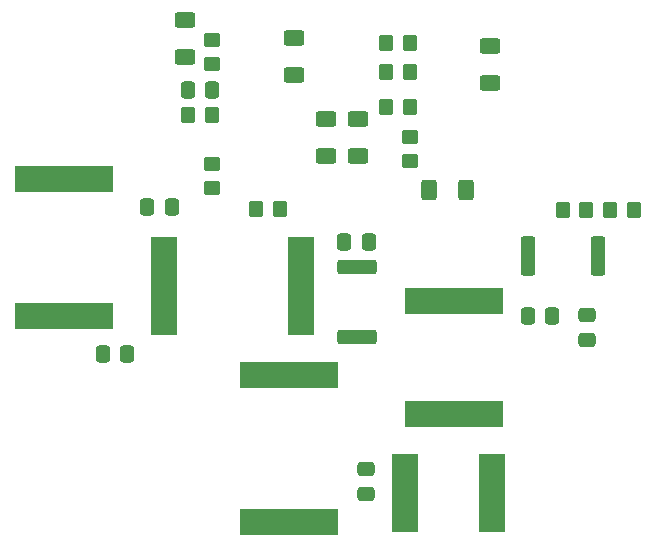
<source format=gtp>
%TF.GenerationSoftware,KiCad,Pcbnew,8.0.3-8.0.3-0~ubuntu23.10.1*%
%TF.CreationDate,2025-08-07T11:45:46-04:00*%
%TF.ProjectId,28mhz_new,32386d68-7a5f-46e6-9577-2e6b69636164,rev?*%
%TF.SameCoordinates,Original*%
%TF.FileFunction,Paste,Top*%
%TF.FilePolarity,Positive*%
%FSLAX46Y46*%
G04 Gerber Fmt 4.6, Leading zero omitted, Abs format (unit mm)*
G04 Created by KiCad (PCBNEW 8.0.3-8.0.3-0~ubuntu23.10.1) date 2025-08-07 11:45:46*
%MOMM*%
%LPD*%
G01*
G04 APERTURE LIST*
G04 Aperture macros list*
%AMRoundRect*
0 Rectangle with rounded corners*
0 $1 Rounding radius*
0 $2 $3 $4 $5 $6 $7 $8 $9 X,Y pos of 4 corners*
0 Add a 4 corners polygon primitive as box body*
4,1,4,$2,$3,$4,$5,$6,$7,$8,$9,$2,$3,0*
0 Add four circle primitives for the rounded corners*
1,1,$1+$1,$2,$3*
1,1,$1+$1,$4,$5*
1,1,$1+$1,$6,$7*
1,1,$1+$1,$8,$9*
0 Add four rect primitives between the rounded corners*
20,1,$1+$1,$2,$3,$4,$5,0*
20,1,$1+$1,$4,$5,$6,$7,0*
20,1,$1+$1,$6,$7,$8,$9,0*
20,1,$1+$1,$8,$9,$2,$3,0*%
G04 Aperture macros list end*
%ADD10RoundRect,0.250000X0.350000X0.450000X-0.350000X0.450000X-0.350000X-0.450000X0.350000X-0.450000X0*%
%ADD11RoundRect,0.250000X-0.350000X-0.450000X0.350000X-0.450000X0.350000X0.450000X-0.350000X0.450000X0*%
%ADD12RoundRect,0.250000X-0.362500X-1.425000X0.362500X-1.425000X0.362500X1.425000X-0.362500X1.425000X0*%
%ADD13RoundRect,0.250000X1.425000X-0.362500X1.425000X0.362500X-1.425000X0.362500X-1.425000X-0.362500X0*%
%ADD14RoundRect,0.250000X0.625000X-0.400000X0.625000X0.400000X-0.625000X0.400000X-0.625000X-0.400000X0*%
%ADD15RoundRect,0.250000X-0.337500X-0.475000X0.337500X-0.475000X0.337500X0.475000X-0.337500X0.475000X0*%
%ADD16RoundRect,0.250000X0.337500X0.475000X-0.337500X0.475000X-0.337500X-0.475000X0.337500X-0.475000X0*%
%ADD17RoundRect,0.250000X-0.625000X0.400000X-0.625000X-0.400000X0.625000X-0.400000X0.625000X0.400000X0*%
%ADD18R,2.160000X6.730000*%
%ADD19RoundRect,0.250000X0.475000X-0.337500X0.475000X0.337500X-0.475000X0.337500X-0.475000X-0.337500X0*%
%ADD20RoundRect,0.250000X-0.450000X0.350000X-0.450000X-0.350000X0.450000X-0.350000X0.450000X0.350000X0*%
%ADD21R,2.290000X8.260000*%
%ADD22RoundRect,0.250000X0.400000X0.625000X-0.400000X0.625000X-0.400000X-0.625000X0.400000X-0.625000X0*%
%ADD23R,8.260000X2.290000*%
G04 APERTURE END LIST*
D10*
%TO.C,RBI2*%
X112700000Y-88000000D03*
X114700000Y-88000000D03*
%TD*%
D11*
%TO.C,RBI1*%
X116700000Y-88000000D03*
X118700000Y-88000000D03*
%TD*%
D12*
%TO.C,R3*%
X109775000Y-91960000D03*
X115700000Y-91960000D03*
%TD*%
D13*
%TO.C,R2*%
X95250000Y-98750000D03*
X95250000Y-92825000D03*
%TD*%
D14*
%TO.C,R1*%
X80750000Y-75050000D03*
X80750000Y-71950000D03*
%TD*%
D15*
%TO.C,CF3*%
X75825000Y-100250000D03*
X73750000Y-100250000D03*
%TD*%
D16*
%TO.C,CB1*%
X83000000Y-77840000D03*
X80925000Y-77840000D03*
%TD*%
D10*
%TO.C,RB2*%
X81000000Y-80000000D03*
X83000000Y-80000000D03*
%TD*%
D11*
%TO.C,RE1*%
X86750000Y-87910000D03*
X88750000Y-87910000D03*
%TD*%
D17*
%TO.C,RC2*%
X106500000Y-77250000D03*
X106500000Y-74150000D03*
%TD*%
D11*
%TO.C,RB4*%
X97750000Y-73910000D03*
X99750000Y-73910000D03*
%TD*%
D18*
%TO.C,LM1*%
X99320000Y-112000000D03*
X106680000Y-112000000D03*
%TD*%
D19*
%TO.C,C1*%
X114750000Y-96925000D03*
X114750000Y-99000000D03*
%TD*%
D20*
%TO.C,RB3*%
X83000000Y-75660000D03*
X83000000Y-73660000D03*
%TD*%
D11*
%TO.C,RB6*%
X97750000Y-79330000D03*
X99750000Y-79330000D03*
%TD*%
D21*
%TO.C,LF1*%
X90530000Y-94500000D03*
X78970000Y-94500000D03*
%TD*%
D15*
%TO.C,C2*%
X111787500Y-97000000D03*
X109712500Y-97000000D03*
%TD*%
D22*
%TO.C,RC3*%
X104500000Y-86340000D03*
X101400000Y-86340000D03*
%TD*%
D23*
%TO.C,LF2*%
X70500000Y-85440000D03*
X70500000Y-97000000D03*
%TD*%
D17*
%TO.C,RE3*%
X95370000Y-80340000D03*
X95370000Y-83440000D03*
%TD*%
%TO.C,RC1*%
X89980000Y-76570000D03*
X89980000Y-73470000D03*
%TD*%
D10*
%TO.C,RB5*%
X97750000Y-76330000D03*
X99750000Y-76330000D03*
%TD*%
D17*
%TO.C,RE2*%
X92620000Y-80340000D03*
X92620000Y-83440000D03*
%TD*%
D15*
%TO.C,CF2*%
X79575000Y-87750000D03*
X77500000Y-87750000D03*
%TD*%
D23*
%TO.C,LM2*%
X89500000Y-114475000D03*
X89500000Y-102025000D03*
%TD*%
D20*
%TO.C,RB1*%
X82990000Y-84160000D03*
X82990000Y-86160000D03*
%TD*%
D19*
%TO.C,CM1*%
X96000000Y-109962500D03*
X96000000Y-112037500D03*
%TD*%
D15*
%TO.C,CF1*%
X96250000Y-90750000D03*
X94175000Y-90750000D03*
%TD*%
D20*
%TO.C,RB7*%
X99750000Y-81840000D03*
X99750000Y-83840000D03*
%TD*%
D23*
%TO.C,L2*%
X103500000Y-95750000D03*
X103500000Y-105280000D03*
%TD*%
M02*

</source>
